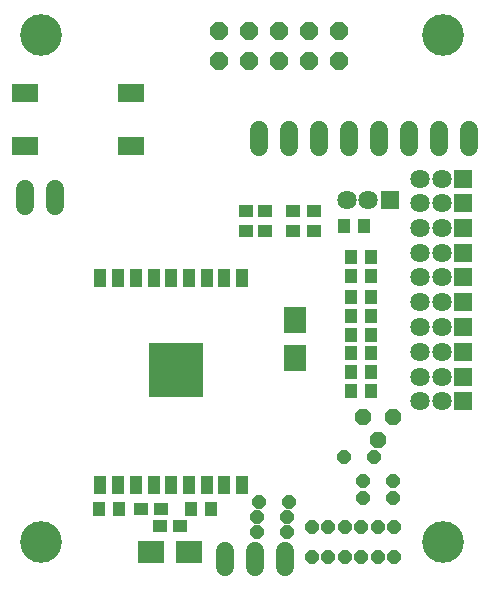
<source format=gts>
G04 EAGLE Gerber X2 export*
%TF.Part,Single*%
%TF.FileFunction,Other,Top Solder Mask*%
%TF.FilePolarity,Positive*%
%TF.GenerationSoftware,Autodesk,EAGLE,9.1.3*%
%TF.CreationDate,2018-09-28T10:07:26Z*%
G75*
%MOIN*%
%FSLAX34Y34*%
%LPD*%
%AMOC8*
5,1,8,0,0,1.08239X$1,22.5*%
G01*
%ADD10C,0.138858*%
%ADD11C,0.064055*%
%ADD12R,0.064055X0.064055*%
%ADD13R,0.048307X0.044370*%
%ADD14P,0.063861X8X202.500000*%
%ADD15R,0.044370X0.048307*%
%ADD16P,0.057367X8X202.500000*%
%ADD17P,0.050156X8X202.500000*%
%ADD18P,0.050156X8X112.500000*%
%ADD19P,0.050156X8X22.500000*%
%ADD20R,0.087677X0.060118*%
%ADD21R,0.044370X0.064055*%
%ADD22R,0.182165X0.182165*%
%ADD23R,0.075866X0.089646*%
%ADD24R,0.089646X0.075866*%
%ADD25C,0.059000*%


D10*
X14764Y1575D03*
X1378Y1575D03*
X1378Y18504D03*
X14764Y18504D03*
D11*
X14016Y13701D03*
X14724Y13701D03*
D12*
X15433Y13701D03*
D13*
X8819Y12618D03*
X8819Y11949D03*
D14*
X11291Y18610D03*
X11291Y17610D03*
X10291Y18610D03*
X10291Y17610D03*
X9291Y18610D03*
X9291Y17610D03*
X8291Y18610D03*
X8291Y17610D03*
X7291Y18610D03*
X7291Y17610D03*
D13*
X8189Y11949D03*
X8189Y12618D03*
D11*
X11575Y12992D03*
X12283Y12992D03*
D12*
X12992Y12992D03*
D11*
X14016Y12894D03*
X14724Y12894D03*
D12*
X15433Y12894D03*
D13*
X10472Y12618D03*
X10472Y11949D03*
X9764Y11949D03*
X9764Y12618D03*
D11*
X14016Y12067D03*
X14724Y12067D03*
D12*
X15433Y12067D03*
D15*
X11476Y12126D03*
X12146Y12126D03*
D11*
X14016Y11240D03*
X14724Y11240D03*
D12*
X15433Y11240D03*
D11*
X14016Y10413D03*
X14724Y10413D03*
D12*
X15433Y10413D03*
D15*
X12382Y10472D03*
X11713Y10472D03*
X11713Y11102D03*
X12382Y11102D03*
D11*
X14016Y9587D03*
X14724Y9587D03*
D12*
X15433Y9587D03*
D15*
X12382Y9134D03*
X11713Y9134D03*
X11713Y9764D03*
X12382Y9764D03*
D11*
X14016Y8760D03*
X14724Y8760D03*
D12*
X15433Y8760D03*
D11*
X14016Y7933D03*
X14724Y7933D03*
D12*
X15433Y7933D03*
D15*
X12382Y7874D03*
X11713Y7874D03*
X11713Y8504D03*
X12382Y8504D03*
D11*
X14016Y7106D03*
X14724Y7106D03*
D12*
X15433Y7106D03*
D15*
X12382Y6614D03*
X11713Y6614D03*
X11713Y7244D03*
X12382Y7244D03*
D11*
X14016Y6280D03*
X14724Y6280D03*
D12*
X15433Y6280D03*
D16*
X12098Y5748D03*
X12598Y4998D03*
X13098Y5748D03*
D17*
X12469Y4409D03*
X11469Y4409D03*
X13098Y3622D03*
X12098Y3622D03*
X13098Y3071D03*
X12098Y3071D03*
D18*
X13150Y1075D03*
X13150Y2075D03*
X12598Y1075D03*
X12598Y2075D03*
X12047Y1075D03*
X12047Y2075D03*
X11496Y1075D03*
X11496Y2075D03*
X10945Y1075D03*
X10945Y2075D03*
X10394Y1075D03*
X10394Y2075D03*
D19*
X8634Y2913D03*
X9634Y2913D03*
X8555Y2421D03*
X9555Y2421D03*
X8555Y1929D03*
X9555Y1929D03*
D20*
X827Y14783D03*
X827Y16555D03*
X4370Y14783D03*
X4370Y16555D03*
D21*
X8071Y3484D03*
X7480Y3484D03*
X6890Y3484D03*
X6299Y3484D03*
X5118Y3484D03*
X3937Y3484D03*
X5709Y3484D03*
X4528Y3484D03*
X3346Y3484D03*
X8071Y10374D03*
X7480Y10374D03*
X6890Y10374D03*
X6299Y10374D03*
X5118Y10374D03*
X3937Y10374D03*
X5709Y10374D03*
X4528Y10374D03*
X3346Y10374D03*
D22*
X5866Y7323D03*
D23*
X9843Y8986D03*
X9843Y7707D03*
D24*
X5030Y1260D03*
X6309Y1260D03*
D13*
X5335Y2126D03*
X6004Y2126D03*
X5374Y2677D03*
X4705Y2677D03*
D25*
X9504Y1294D02*
X9504Y754D01*
X8504Y754D02*
X8504Y1294D01*
X7504Y1294D02*
X7504Y754D01*
D15*
X3957Y2677D03*
X3287Y2677D03*
X7028Y2677D03*
X6358Y2677D03*
D25*
X15626Y14769D02*
X15626Y15309D01*
X14626Y15309D02*
X14626Y14769D01*
X13626Y14769D02*
X13626Y15309D01*
X12626Y15309D02*
X12626Y14769D01*
X11626Y14769D02*
X11626Y15309D01*
X9626Y15309D02*
X9626Y14769D01*
X10626Y14769D02*
X10626Y15309D01*
X8626Y15309D02*
X8626Y14769D01*
X1839Y13341D02*
X1839Y12801D01*
X839Y12801D02*
X839Y13341D01*
M02*

</source>
